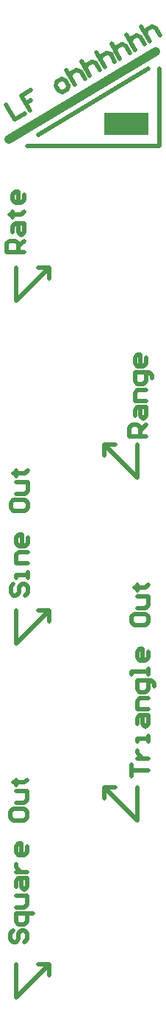
<source format=gto>
G04 Layer_Color=65535*
%FSLAX25Y25*%
%MOIN*%
G70*
G01*
G75*
%ADD10C,0.01968*%
%ADD15C,0.03937*%
%ADD16R,0.20000X0.10000*%
D10*
X20000Y450000D02*
X70000Y480000D01*
X15000Y445000D02*
X75000D01*
Y480000D01*
X25000Y70000D02*
Y75000D01*
X20000D02*
X25000D01*
X20000D02*
X25000D01*
X10000Y60000D02*
X25000Y75000D01*
X10000Y60000D02*
Y75000D01*
X65000Y140000D02*
Y155000D01*
X50000D02*
X65000Y140000D01*
X50000Y155000D02*
X55000D01*
X50000D02*
X55000D01*
X50000Y150000D02*
Y155000D01*
X10000Y220000D02*
Y235000D01*
Y220000D02*
X25000Y235000D01*
X20000D02*
X25000D01*
X20000D02*
X25000D01*
Y230000D02*
Y235000D01*
X65000Y295000D02*
Y310000D01*
X50000D02*
X65000Y295000D01*
X50000Y310000D02*
X55000D01*
X50000D02*
X55000D01*
X50000Y305000D02*
Y310000D01*
X25000Y385000D02*
Y390000D01*
X20000D02*
X25000D01*
X20000D02*
X25000D01*
X10000Y375000D02*
X25000Y390000D01*
X10000Y375000D02*
Y390000D01*
X8440Y90248D02*
X7129Y88936D01*
Y86312D01*
X8440Y85000D01*
X9752D01*
X11064Y86312D01*
Y88936D01*
X12376Y90248D01*
X13688D01*
X15000Y88936D01*
Y86312D01*
X13688Y85000D01*
X17624Y98119D02*
X9752D01*
Y94183D01*
X11064Y92871D01*
X13688D01*
X15000Y94183D01*
Y98119D01*
X9752Y100743D02*
X13688D01*
X15000Y102055D01*
Y105991D01*
X9752D01*
Y109926D02*
Y112550D01*
X11064Y113862D01*
X15000D01*
Y109926D01*
X13688Y108614D01*
X12376Y109926D01*
Y113862D01*
X9752Y116486D02*
X15000D01*
X12376D01*
X11064Y117798D01*
X9752Y119110D01*
Y120422D01*
X15000Y128293D02*
Y125669D01*
X13688Y124357D01*
X11064D01*
X9752Y125669D01*
Y128293D01*
X11064Y129605D01*
X12376D01*
Y124357D01*
X7129Y144036D02*
Y141412D01*
X8440Y140100D01*
X13688D01*
X15000Y141412D01*
Y144036D01*
X13688Y145348D01*
X8440D01*
X7129Y144036D01*
X9752Y147972D02*
X13688D01*
X15000Y149284D01*
Y153219D01*
X9752D01*
X8440Y157155D02*
X9752D01*
Y155843D01*
Y158467D01*
Y157155D01*
X13688D01*
X15000Y158467D01*
X62129Y160000D02*
Y165248D01*
Y162624D01*
X70000D01*
X64752Y167871D02*
X70000D01*
X67376D01*
X66064Y169183D01*
X64752Y170495D01*
Y171807D01*
X70000Y175743D02*
Y178367D01*
Y177055D01*
X64752D01*
Y175743D01*
Y183614D02*
Y186238D01*
X66064Y187550D01*
X70000D01*
Y183614D01*
X68688Y182302D01*
X67376Y183614D01*
Y187550D01*
X70000Y190174D02*
X64752D01*
Y194110D01*
X66064Y195422D01*
X70000D01*
X72624Y200669D02*
Y201981D01*
X71312Y203293D01*
X64752D01*
Y199357D01*
X66064Y198046D01*
X68688D01*
X70000Y199357D01*
Y203293D01*
Y205917D02*
Y208541D01*
Y207229D01*
X62129D01*
Y205917D01*
X70000Y216412D02*
Y213788D01*
X68688Y212476D01*
X66064D01*
X64752Y213788D01*
Y216412D01*
X66064Y217724D01*
X67376D01*
Y212476D01*
X62129Y232155D02*
Y229531D01*
X63440Y228220D01*
X68688D01*
X70000Y229531D01*
Y232155D01*
X68688Y233467D01*
X63440D01*
X62129Y232155D01*
X64752Y236091D02*
X68688D01*
X70000Y237403D01*
Y241339D01*
X64752D01*
X63440Y245274D02*
X64752D01*
Y243962D01*
Y246586D01*
Y245274D01*
X68688D01*
X70000Y246586D01*
X8740Y247048D02*
X7429Y245736D01*
Y243112D01*
X8740Y241800D01*
X10052D01*
X11364Y243112D01*
Y245736D01*
X12676Y247048D01*
X13988D01*
X15300Y245736D01*
Y243112D01*
X13988Y241800D01*
X15300Y249672D02*
Y252295D01*
Y250983D01*
X10052D01*
Y249672D01*
X15300Y256231D02*
X10052D01*
Y260167D01*
X11364Y261479D01*
X15300D01*
Y268038D02*
Y265414D01*
X13988Y264103D01*
X11364D01*
X10052Y265414D01*
Y268038D01*
X11364Y269350D01*
X12676D01*
Y264103D01*
X7429Y283781D02*
Y281157D01*
X8740Y279845D01*
X13988D01*
X15300Y281157D01*
Y283781D01*
X13988Y285093D01*
X8740D01*
X7429Y283781D01*
X10052Y287717D02*
X13988D01*
X15300Y289029D01*
Y292965D01*
X10052D01*
X8740Y296900D02*
X10052D01*
Y295588D01*
Y298212D01*
Y296900D01*
X13988D01*
X15300Y298212D01*
X69000Y313800D02*
X61128D01*
Y317736D01*
X62440Y319048D01*
X65064D01*
X66376Y317736D01*
Y313800D01*
Y316424D02*
X69000Y319048D01*
X63752Y322983D02*
Y325607D01*
X65064Y326919D01*
X69000D01*
Y322983D01*
X67688Y321672D01*
X66376Y322983D01*
Y326919D01*
X69000Y329543D02*
X63752D01*
Y333479D01*
X65064Y334791D01*
X69000D01*
X71624Y340038D02*
Y341350D01*
X70312Y342662D01*
X63752D01*
Y338726D01*
X65064Y337414D01*
X67688D01*
X69000Y338726D01*
Y342662D01*
Y349222D02*
Y346598D01*
X67688Y345286D01*
X65064D01*
X63752Y346598D01*
Y349222D01*
X65064Y350534D01*
X66376D01*
Y345286D01*
X13600Y396900D02*
X5728D01*
Y400836D01*
X7040Y402148D01*
X9664D01*
X10976Y400836D01*
Y396900D01*
Y399524D02*
X13600Y402148D01*
X8352Y406083D02*
Y408707D01*
X9664Y410019D01*
X13600D01*
Y406083D01*
X12288Y404772D01*
X10976Y406083D01*
Y410019D01*
X7040Y413955D02*
X8352D01*
Y412643D01*
Y415267D01*
Y413955D01*
X12288D01*
X13600Y415267D01*
Y423138D02*
Y420514D01*
X12288Y419203D01*
X9664D01*
X8352Y420514D01*
Y423138D01*
X9664Y424450D01*
X10976D01*
Y419203D01*
X5364Y463717D02*
X9300Y456900D01*
X13845Y459524D01*
X16726Y470276D02*
X12181Y467653D01*
X14149Y464244D01*
X16421Y465556D01*
X14149Y464244D01*
X16117Y460836D01*
X30887Y469363D02*
X33159Y470675D01*
X33639Y472467D01*
X32327Y474740D01*
X30535Y475220D01*
X28263Y473908D01*
X27783Y472116D01*
X29095Y469843D01*
X30887Y469363D01*
X32632Y479460D02*
X36568Y472643D01*
X34600Y476051D01*
X35080Y477844D01*
X37352Y479155D01*
X39144Y478675D01*
X41112Y475267D01*
X39449Y483396D02*
X43385Y476579D01*
X41417Y479987D01*
X41897Y481779D01*
X44169Y483091D01*
X45961Y482611D01*
X47929Y479203D01*
X46266Y487331D02*
X50201Y480514D01*
X48234Y483923D01*
X48714Y485715D01*
X50986Y487027D01*
X52778Y486547D01*
X54746Y483138D01*
X53083Y491267D02*
X57018Y484450D01*
X55050Y487859D01*
X55531Y489651D01*
X57803Y490963D01*
X59595Y490483D01*
X61563Y487074D01*
X59899Y495203D02*
X63835Y488386D01*
X61867Y491794D01*
X62348Y493586D01*
X64620Y494898D01*
X66412Y494418D01*
X68380Y491010D01*
X66716Y499139D02*
X70652Y492322D01*
X68684Y495730D01*
X69164Y497522D01*
X71437Y498834D01*
X73229Y498354D01*
X75197Y494945D01*
D15*
X6500Y448100D02*
X73400Y487700D01*
D16*
X60000Y455000D02*
D03*
M02*

</source>
